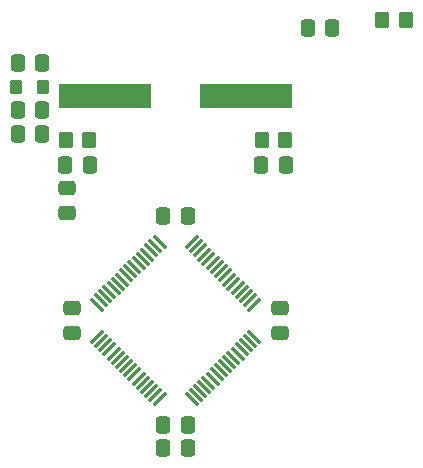
<source format=gtp>
G04 #@! TF.GenerationSoftware,KiCad,Pcbnew,8.0.5*
G04 #@! TF.CreationDate,2024-11-24T11:50:23+01:00*
G04 #@! TF.ProjectId,stm32_template,73746d33-325f-4746-956d-706c6174652e,rev?*
G04 #@! TF.SameCoordinates,Original*
G04 #@! TF.FileFunction,Paste,Top*
G04 #@! TF.FilePolarity,Positive*
%FSLAX46Y46*%
G04 Gerber Fmt 4.6, Leading zero omitted, Abs format (unit mm)*
G04 Created by KiCad (PCBNEW 8.0.5) date 2024-11-24 11:50:23*
%MOMM*%
%LPD*%
G01*
G04 APERTURE LIST*
G04 Aperture macros list*
%AMRoundRect*
0 Rectangle with rounded corners*
0 $1 Rounding radius*
0 $2 $3 $4 $5 $6 $7 $8 $9 X,Y pos of 4 corners*
0 Add a 4 corners polygon primitive as box body*
4,1,4,$2,$3,$4,$5,$6,$7,$8,$9,$2,$3,0*
0 Add four circle primitives for the rounded corners*
1,1,$1+$1,$2,$3*
1,1,$1+$1,$4,$5*
1,1,$1+$1,$6,$7*
1,1,$1+$1,$8,$9*
0 Add four rect primitives between the rounded corners*
20,1,$1+$1,$2,$3,$4,$5,0*
20,1,$1+$1,$4,$5,$6,$7,0*
20,1,$1+$1,$6,$7,$8,$9,0*
20,1,$1+$1,$8,$9,$2,$3,0*%
G04 Aperture macros list end*
%ADD10RoundRect,0.250000X-0.475000X0.337500X-0.475000X-0.337500X0.475000X-0.337500X0.475000X0.337500X0*%
%ADD11RoundRect,0.250000X-0.337500X-0.475000X0.337500X-0.475000X0.337500X0.475000X-0.337500X0.475000X0*%
%ADD12RoundRect,0.250000X0.337500X0.475000X-0.337500X0.475000X-0.337500X-0.475000X0.337500X-0.475000X0*%
%ADD13R,7.875000X2.000000*%
%ADD14RoundRect,0.250000X-0.350000X-0.450000X0.350000X-0.450000X0.350000X0.450000X-0.350000X0.450000X0*%
%ADD15RoundRect,0.250000X-0.275000X-0.350000X0.275000X-0.350000X0.275000X0.350000X-0.275000X0.350000X0*%
%ADD16RoundRect,0.075000X-0.548008X0.441942X0.441942X-0.548008X0.548008X-0.441942X-0.441942X0.548008X0*%
%ADD17RoundRect,0.075000X-0.548008X-0.441942X-0.441942X-0.548008X0.548008X0.441942X0.441942X0.548008X0*%
%ADD18RoundRect,0.250000X0.475000X-0.337500X0.475000X0.337500X-0.475000X0.337500X-0.475000X-0.337500X0*%
G04 APERTURE END LIST*
D10*
X83800000Y-76962500D03*
X83800000Y-79037500D03*
D11*
X65662500Y-64800000D03*
X67737500Y-64800000D03*
D12*
X88250000Y-53250000D03*
X86175000Y-53250000D03*
D11*
X73962500Y-88800000D03*
X76037500Y-88800000D03*
D13*
X80937500Y-59000000D03*
X69062500Y-59000000D03*
D12*
X76037500Y-86800000D03*
X73962500Y-86800000D03*
D11*
X82262500Y-64800000D03*
X84337500Y-64800000D03*
D14*
X92500000Y-52500000D03*
X94500000Y-52500000D03*
X82300000Y-62700000D03*
X84300000Y-62700000D03*
D11*
X73962500Y-69100000D03*
X76037500Y-69100000D03*
X61625000Y-56200000D03*
X63700000Y-56200000D03*
D12*
X63700000Y-62200000D03*
X61625000Y-62200000D03*
D10*
X66200000Y-76962500D03*
X66200000Y-79037500D03*
D15*
X61512500Y-58200000D03*
X63812500Y-58200000D03*
D16*
X73638821Y-71335520D03*
X73285267Y-71689072D03*
X72931714Y-72042627D03*
X72578160Y-72396179D03*
X72224606Y-72749734D03*
X71871054Y-73103287D03*
X71517501Y-73456839D03*
X71163947Y-73810394D03*
X70810394Y-74163947D03*
X70456839Y-74517501D03*
X70103287Y-74871054D03*
X69749734Y-75224606D03*
X69396179Y-75578160D03*
X69042627Y-75931714D03*
X68689072Y-76285267D03*
X68335520Y-76638821D03*
D17*
X68335520Y-79361179D03*
X68689072Y-79714733D03*
X69042627Y-80068286D03*
X69396179Y-80421840D03*
X69749734Y-80775394D03*
X70103287Y-81128946D03*
X70456839Y-81482499D03*
X70810394Y-81836053D03*
X71163947Y-82189606D03*
X71517501Y-82543161D03*
X71871054Y-82896713D03*
X72224606Y-83250266D03*
X72578160Y-83603821D03*
X72931714Y-83957373D03*
X73285267Y-84310928D03*
X73638821Y-84664480D03*
D16*
X76361179Y-84664480D03*
X76714733Y-84310928D03*
X77068286Y-83957373D03*
X77421840Y-83603821D03*
X77775394Y-83250266D03*
X78128946Y-82896713D03*
X78482499Y-82543161D03*
X78836053Y-82189606D03*
X79189606Y-81836053D03*
X79543161Y-81482499D03*
X79896713Y-81128946D03*
X80250266Y-80775394D03*
X80603821Y-80421840D03*
X80957373Y-80068286D03*
X81310928Y-79714733D03*
X81664480Y-79361179D03*
D17*
X81664480Y-76638821D03*
X81310928Y-76285267D03*
X80957373Y-75931714D03*
X80603821Y-75578160D03*
X80250266Y-75224606D03*
X79896713Y-74871054D03*
X79543161Y-74517501D03*
X79189606Y-74163947D03*
X78836053Y-73810394D03*
X78482499Y-73456839D03*
X78128946Y-73103287D03*
X77775394Y-72749734D03*
X77421840Y-72396179D03*
X77068286Y-72042627D03*
X76714733Y-71689072D03*
X76361179Y-71335520D03*
D14*
X65700000Y-62700000D03*
X67700000Y-62700000D03*
D18*
X65800000Y-68837500D03*
X65800000Y-66762500D03*
D12*
X63700000Y-60200000D03*
X61625000Y-60200000D03*
M02*

</source>
